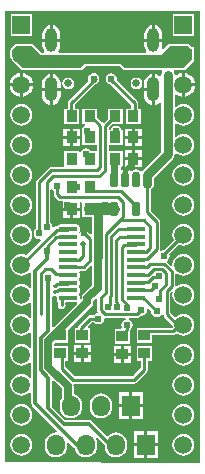
<source format=gbl>
G04*
G04 #@! TF.GenerationSoftware,Altium Limited,Altium Designer,19.0.4 (130)*
G04*
G04 Layer_Physical_Order=2*
G04 Layer_Color=16711680*
%FSLAX25Y25*%
%MOIN*%
G70*
G01*
G75*
%ADD13C,0.01000*%
%ADD36C,0.02500*%
%ADD38C,0.03000*%
%ADD39C,0.01800*%
%ADD41C,0.05906*%
%ADD42R,0.05906X0.05906*%
%ADD43O,0.03937X0.07874*%
%ADD44O,0.04134X0.08268*%
%ADD45C,0.02559*%
%ADD46R,0.06000X0.07000*%
%ADD47O,0.06000X0.07000*%
%ADD48C,0.02400*%
%ADD49C,0.02000*%
%ADD50C,0.01200*%
%ADD51R,0.03858X0.03661*%
G04:AMPARAMS|DCode=52|XSize=61.42mil|YSize=16.14mil|CornerRadius=2.02mil|HoleSize=0mil|Usage=FLASHONLY|Rotation=180.000|XOffset=0mil|YOffset=0mil|HoleType=Round|Shape=RoundedRectangle|*
%AMROUNDEDRECTD52*
21,1,0.06142,0.01211,0,0,180.0*
21,1,0.05738,0.01614,0,0,180.0*
1,1,0.00404,-0.02869,0.00605*
1,1,0.00404,0.02869,0.00605*
1,1,0.00404,0.02869,-0.00605*
1,1,0.00404,-0.02869,-0.00605*
%
%ADD52ROUNDEDRECTD52*%
%ADD53R,0.03661X0.03858*%
G04:AMPARAMS|DCode=54|XSize=26.38mil|YSize=46.06mil|CornerRadius=1.58mil|HoleSize=0mil|Usage=FLASHONLY|Rotation=0.000|XOffset=0mil|YOffset=0mil|HoleType=Round|Shape=RoundedRectangle|*
%AMROUNDEDRECTD54*
21,1,0.02638,0.04290,0,0,0.0*
21,1,0.02321,0.04606,0,0,0.0*
1,1,0.00317,0.01161,-0.02145*
1,1,0.00317,-0.01161,-0.02145*
1,1,0.00317,-0.01161,0.02145*
1,1,0.00317,0.01161,0.02145*
%
%ADD54ROUNDEDRECTD54*%
%ADD55C,0.04000*%
%ADD56C,0.01500*%
%ADD57C,0.01200*%
%ADD58C,0.03800*%
%ADD59C,0.02400*%
G36*
X503000Y321000D02*
X503000Y170914D01*
X502645Y170561D01*
X438000Y170926D01*
X438000Y321000D01*
X503000Y321000D01*
D02*
G37*
%LPC*%
G36*
X501123Y320123D02*
X493877D01*
Y312877D01*
X501123D01*
Y320123D01*
D02*
G37*
G36*
X447123D02*
X439877D01*
Y312877D01*
X447123D01*
Y320123D01*
D02*
G37*
G36*
X488000Y316354D02*
Y311957D01*
X490494D01*
Y313425D01*
X490392Y314200D01*
X490093Y314922D01*
X489617Y315542D01*
X488997Y316018D01*
X488275Y316317D01*
X488000Y316354D01*
D02*
G37*
G36*
X487000Y316354D02*
X486725Y316317D01*
X486003Y316018D01*
X485383Y315542D01*
X484907Y314922D01*
X484608Y314200D01*
X484506Y313425D01*
Y311957D01*
X487000D01*
Y316354D01*
D02*
G37*
G36*
X453984D02*
Y311957D01*
X456478D01*
Y313425D01*
X456376Y314200D01*
X456077Y314922D01*
X455601Y315542D01*
X454981Y316018D01*
X454259Y316317D01*
X453984Y316354D01*
D02*
G37*
G36*
X452984Y316354D02*
X452709Y316317D01*
X451987Y316018D01*
X451367Y315542D01*
X450891Y314922D01*
X450592Y314200D01*
X450490Y313425D01*
Y311957D01*
X452984D01*
Y316354D01*
D02*
G37*
G36*
X490494Y310957D02*
X487500D01*
X484506D01*
Y309488D01*
X484608Y308713D01*
X484907Y307991D01*
X485143Y307683D01*
X484897Y307183D01*
X456087D01*
X455841Y307683D01*
X456077Y307991D01*
X456376Y308713D01*
X456478Y309488D01*
Y310957D01*
X453484D01*
X450490D01*
Y309488D01*
X450592Y308713D01*
X450891Y307991D01*
X451128Y307683D01*
X450881Y307183D01*
X450283D01*
X447483Y309983D01*
X447261Y310131D01*
X447000Y310183D01*
X447000Y310183D01*
X442000D01*
X442000Y310183D01*
X441739Y310131D01*
X441517Y309983D01*
X440017Y308483D01*
X439869Y308261D01*
X439817Y308000D01*
X439817Y308000D01*
Y306000D01*
X439869Y305739D01*
X439965Y305594D01*
X439970Y305554D01*
X440336Y304673D01*
X440916Y303916D01*
X441673Y303335D01*
X441716Y303318D01*
X443517Y301517D01*
X443739Y301369D01*
X444000Y301317D01*
X444000Y301317D01*
X445971Y301317D01*
X463172D01*
X463172Y301317D01*
X463434Y301369D01*
X463656Y301517D01*
X464955Y302817D01*
X476217Y302817D01*
X477517Y301517D01*
X477517Y301517D01*
X477739Y301369D01*
X478000Y301317D01*
X478000Y301317D01*
X490252Y301317D01*
X490520Y300817D01*
X490331Y300534D01*
X490163Y299688D01*
Y299413D01*
X489835Y299302D01*
X489663Y299273D01*
X489047Y299746D01*
X488301Y300055D01*
X488000Y300095D01*
Y295000D01*
Y289906D01*
X488301Y289945D01*
X489047Y290254D01*
X489663Y290727D01*
X489835Y290698D01*
X490163Y290587D01*
Y274291D01*
X483935Y268064D01*
X483797Y267858D01*
X483726Y267821D01*
X483188Y267846D01*
X483187Y267848D01*
X482568Y268262D01*
X481839Y268407D01*
X481109Y268262D01*
X480509Y267861D01*
X480469Y267845D01*
X479988Y267783D01*
X479604Y268039D01*
X479153Y268129D01*
X478492D01*
Y264803D01*
X477492D01*
Y268129D01*
X477023D01*
X476673Y268457D01*
X476606Y268594D01*
X476657Y268850D01*
X476632Y268975D01*
X476950Y269361D01*
X477241D01*
Y274560D01*
X472635D01*
Y276401D01*
X477241D01*
Y281599D01*
X476788D01*
X476761Y281730D01*
X476348Y282348D01*
X475730Y282762D01*
X475000Y282907D01*
X474270Y282762D01*
X473652Y282348D01*
X473239Y281730D01*
X473212Y281599D01*
X472635D01*
Y282207D01*
X473829Y283401D01*
X477241D01*
Y288599D01*
X472240D01*
Y285186D01*
X471007Y283953D01*
X470326Y283980D01*
X468804Y285501D01*
Y288599D01*
X463803D01*
Y283401D01*
X464587D01*
X464673Y282901D01*
X464152Y282553D01*
X463738Y281934D01*
X463593Y281205D01*
X463738Y280475D01*
X463803Y280379D01*
Y276401D01*
X468579D01*
Y274560D01*
X466541D01*
X466348Y274848D01*
X465730Y275261D01*
X465000Y275407D01*
X464270Y275261D01*
X463652Y274848D01*
X463238Y274230D01*
X462741Y274293D01*
Y274560D01*
X457740D01*
X457740Y269361D01*
X457310Y269193D01*
X453500D01*
X453044Y269102D01*
X452657Y268844D01*
X448657Y264844D01*
X448398Y264457D01*
X448307Y264000D01*
Y248452D01*
X448152Y248348D01*
X447739Y247730D01*
X447593Y247000D01*
X447739Y246270D01*
X448152Y245652D01*
X448770Y245238D01*
X449500Y245093D01*
X449749Y245143D01*
X449995Y244682D01*
X445080Y239767D01*
X444446Y240030D01*
X443500Y240154D01*
X442554Y240030D01*
X441673Y239665D01*
X440916Y239084D01*
X440336Y238327D01*
X439970Y237446D01*
X439846Y236500D01*
X439970Y235554D01*
X440336Y234673D01*
X440916Y233916D01*
X441673Y233335D01*
X442554Y232970D01*
X443500Y232846D01*
X444446Y232970D01*
X445327Y233335D01*
X446084Y233916D01*
X446315Y234218D01*
X446815Y234048D01*
Y228952D01*
X446315Y228782D01*
X446084Y229084D01*
X445327Y229664D01*
X444446Y230030D01*
X443500Y230154D01*
X442554Y230030D01*
X441673Y229664D01*
X440916Y229084D01*
X440336Y228327D01*
X439970Y227446D01*
X439846Y226500D01*
X439970Y225554D01*
X440336Y224673D01*
X440916Y223916D01*
X441673Y223336D01*
X442554Y222971D01*
X443500Y222846D01*
X444446Y222971D01*
X445327Y223336D01*
X446084Y223916D01*
X446315Y224218D01*
X446815Y224048D01*
Y218952D01*
X446315Y218782D01*
X446084Y219084D01*
X445327Y219665D01*
X444446Y220029D01*
X443500Y220154D01*
X442554Y220029D01*
X441673Y219665D01*
X440916Y219084D01*
X440336Y218327D01*
X439970Y217446D01*
X439846Y216500D01*
X439970Y215554D01*
X440336Y214673D01*
X440916Y213916D01*
X441673Y213335D01*
X442554Y212970D01*
X443500Y212846D01*
X444446Y212970D01*
X445327Y213335D01*
X446084Y213916D01*
X446315Y214218D01*
X446815Y214048D01*
Y208952D01*
X446315Y208782D01*
X446084Y209084D01*
X445327Y209665D01*
X444446Y210030D01*
X443500Y210154D01*
X442554Y210030D01*
X441673Y209665D01*
X440916Y209084D01*
X440336Y208327D01*
X439970Y207446D01*
X439846Y206500D01*
X439970Y205554D01*
X440336Y204673D01*
X440916Y203916D01*
X441673Y203335D01*
X442554Y202971D01*
X443500Y202846D01*
X444446Y202971D01*
X445327Y203335D01*
X446084Y203916D01*
X446315Y204218D01*
X446815Y204048D01*
Y198952D01*
X446315Y198782D01*
X446084Y199084D01*
X445327Y199664D01*
X444446Y200029D01*
X443500Y200154D01*
X442554Y200029D01*
X441673Y199664D01*
X440916Y199084D01*
X440336Y198327D01*
X439970Y197446D01*
X439846Y196500D01*
X439970Y195554D01*
X440336Y194673D01*
X440916Y193916D01*
X441673Y193335D01*
X442554Y192971D01*
X443500Y192846D01*
X444446Y192971D01*
X445327Y193335D01*
X446084Y193916D01*
X446315Y194218D01*
X446815Y194048D01*
Y190390D01*
X446914Y189894D01*
X447194Y189474D01*
X455533Y181136D01*
X455299Y180662D01*
X455000Y180702D01*
X454042Y180576D01*
X453149Y180206D01*
X452383Y179618D01*
X451794Y178851D01*
X451425Y177958D01*
X451298Y177000D01*
Y176000D01*
X451425Y175042D01*
X451794Y174149D01*
X452383Y173382D01*
X453149Y172794D01*
X454042Y172424D01*
X455000Y172298D01*
X455958Y172424D01*
X456851Y172794D01*
X457618Y173382D01*
X458206Y174149D01*
X458575Y175042D01*
X458702Y176000D01*
Y177000D01*
X458662Y177299D01*
X459136Y177533D01*
X461084Y175584D01*
X461379Y175388D01*
X461424Y175042D01*
X461794Y174149D01*
X462383Y173382D01*
X463149Y172794D01*
X464042Y172424D01*
X465000Y172298D01*
X465958Y172424D01*
X466851Y172794D01*
X467618Y173382D01*
X468206Y174149D01*
X468575Y175042D01*
X468702Y176000D01*
Y177000D01*
X468575Y177958D01*
X468273Y178689D01*
X468697Y178972D01*
X471298Y176370D01*
Y176000D01*
X471424Y175042D01*
X471794Y174149D01*
X472382Y173382D01*
X473149Y172794D01*
X474042Y172424D01*
X475000Y172298D01*
X475958Y172424D01*
X476851Y172794D01*
X477618Y173382D01*
X478206Y174149D01*
X478576Y175042D01*
X478702Y176000D01*
Y177000D01*
X478576Y177958D01*
X478206Y178851D01*
X477618Y179618D01*
X476851Y180206D01*
X475958Y180576D01*
X475000Y180702D01*
X474042Y180576D01*
X473149Y180206D01*
X472382Y179618D01*
X472323Y179540D01*
X471824Y179507D01*
X466916Y184416D01*
X466496Y184696D01*
X466000Y184795D01*
X458181D01*
X453795Y189181D01*
Y197783D01*
X454257Y197975D01*
X457042Y195189D01*
Y192174D01*
X456794Y191851D01*
X456425Y190958D01*
X456298Y190000D01*
Y189000D01*
X456425Y188042D01*
X456794Y187149D01*
X457382Y186382D01*
X458149Y185794D01*
X459042Y185424D01*
X460000Y185298D01*
X460958Y185424D01*
X461851Y185794D01*
X462617Y186382D01*
X463206Y187149D01*
X463576Y188042D01*
X463702Y189000D01*
Y190000D01*
X463576Y190958D01*
X463206Y191851D01*
X462617Y192617D01*
X461851Y193206D01*
X460958Y193576D01*
X460958Y193576D01*
Y196000D01*
X460958Y196000D01*
X460871Y196437D01*
X461237Y196935D01*
X461242Y196937D01*
X480982D01*
X481438Y197028D01*
X481825Y197286D01*
X485245Y200706D01*
X485504Y201093D01*
X485595Y201550D01*
Y204468D01*
X487099D01*
Y209469D01*
X481901D01*
Y204468D01*
X483209D01*
Y202044D01*
X480488Y199323D01*
X461258D01*
X458193Y202388D01*
Y204499D01*
X459099D01*
Y209501D01*
X454458D01*
Y210189D01*
X454831Y210562D01*
X459099D01*
Y214831D01*
X466918Y222650D01*
X467343Y223285D01*
X467491Y224034D01*
X467491Y224034D01*
Y224587D01*
X468250Y225346D01*
X468750Y225139D01*
Y221444D01*
X468841Y220987D01*
X468881Y220928D01*
X468650Y220373D01*
X468419Y220326D01*
X467800Y219913D01*
X467697Y219758D01*
X466483D01*
X466027Y219667D01*
X465640Y219408D01*
X462656Y216425D01*
X462398Y216038D01*
X462307Y215582D01*
Y215532D01*
X461208D01*
Y210531D01*
X466406D01*
Y215532D01*
X465791D01*
X465599Y215994D01*
X466977Y217372D01*
X467697D01*
X467800Y217217D01*
X468419Y216804D01*
X469149Y216658D01*
X469878Y216804D01*
X470497Y217217D01*
X470910Y217835D01*
X471017Y218371D01*
X471283Y218684D01*
X471517Y218807D01*
X478200D01*
X478250Y218307D01*
X478020Y218262D01*
X477402Y217848D01*
X476989Y217230D01*
X476843Y216500D01*
X476989Y215770D01*
X477037Y215698D01*
X476801Y215257D01*
X474594D01*
Y210255D01*
X479792D01*
Y214947D01*
X480098Y215152D01*
X480512Y215770D01*
X480657Y216500D01*
X480512Y217230D01*
X480098Y217848D01*
X479480Y218262D01*
X479250Y218307D01*
X479300Y218807D01*
X482000D01*
X482456Y218898D01*
X482843Y219157D01*
X483317Y219630D01*
X483500Y219593D01*
X484230Y219739D01*
X484848Y220152D01*
X485261Y220770D01*
X485407Y221500D01*
X485336Y221857D01*
X485796Y222103D01*
X486716Y221183D01*
X486680Y221000D01*
X486825Y220270D01*
X487238Y219652D01*
X487857Y219238D01*
X488587Y219093D01*
X489316Y219238D01*
X489935Y219652D01*
X490307Y220209D01*
X490342Y220209D01*
X490807Y220000D01*
X490898Y219544D01*
X491156Y219157D01*
X493851Y216462D01*
X493920Y215935D01*
X493541Y215555D01*
X485831D01*
X485715Y215532D01*
X481901D01*
Y210531D01*
X487099D01*
Y213169D01*
X494035D01*
X494491Y213260D01*
X494878Y213519D01*
X495120Y213760D01*
X495673Y213335D01*
X496554Y212970D01*
X497500Y212846D01*
X498446Y212970D01*
X499327Y213335D01*
X500084Y213916D01*
X500665Y214673D01*
X501029Y215554D01*
X501154Y216500D01*
X501029Y217446D01*
X500665Y218327D01*
X500084Y219084D01*
X499327Y219665D01*
X498446Y220029D01*
X497500Y220154D01*
X496554Y220029D01*
X495673Y219665D01*
X494916Y219084D01*
X494623Y219064D01*
X493193Y220494D01*
Y227271D01*
X493551Y227569D01*
X493954Y227321D01*
X493846Y226500D01*
X493970Y225554D01*
X494336Y224673D01*
X494916Y223916D01*
X495673Y223336D01*
X496554Y222971D01*
X497500Y222846D01*
X498446Y222971D01*
X499327Y223336D01*
X500084Y223916D01*
X500665Y224673D01*
X501029Y225554D01*
X501154Y226500D01*
X501029Y227446D01*
X500665Y228327D01*
X500084Y229084D01*
X499327Y229664D01*
X498446Y230030D01*
X497500Y230154D01*
X496554Y230030D01*
X495673Y229664D01*
X495233Y229327D01*
X494733Y229573D01*
Y233427D01*
X495233Y233673D01*
X495673Y233335D01*
X496554Y232970D01*
X497500Y232846D01*
X498446Y232970D01*
X499327Y233335D01*
X500084Y233916D01*
X500665Y234673D01*
X501029Y235554D01*
X501154Y236500D01*
X501029Y237446D01*
X500665Y238327D01*
X500084Y239084D01*
X499327Y239665D01*
X498446Y240030D01*
X497500Y240154D01*
X496554Y240030D01*
X495673Y239665D01*
X494916Y239084D01*
X494336Y238327D01*
X493970Y237446D01*
X493846Y236500D01*
X493857Y236418D01*
X493408Y236197D01*
X492172Y237433D01*
X492236Y238077D01*
X492348Y238152D01*
X492762Y238770D01*
X492907Y239500D01*
X492787Y240100D01*
X495920Y243233D01*
X496554Y242970D01*
X497500Y242846D01*
X498446Y242970D01*
X499327Y243336D01*
X500084Y243916D01*
X500665Y244673D01*
X501029Y245554D01*
X501154Y246500D01*
X501029Y247446D01*
X500665Y248327D01*
X500084Y249084D01*
X499327Y249664D01*
X498446Y250029D01*
X497500Y250154D01*
X496554Y250029D01*
X495673Y249664D01*
X494916Y249084D01*
X494336Y248327D01*
X493970Y247446D01*
X493846Y246500D01*
X493970Y245554D01*
X494233Y244920D01*
X490882Y241569D01*
X490544Y241502D01*
X490157Y241244D01*
X489709Y241474D01*
X489701Y241483D01*
X489779Y241872D01*
Y250954D01*
X489688Y251410D01*
X489429Y251797D01*
X486693Y254533D01*
Y261687D01*
X487065Y261935D01*
X487544Y262653D01*
X487712Y263500D01*
Y265584D01*
X493939Y271811D01*
X494419Y272528D01*
X494588Y273375D01*
Y273562D01*
X495087Y273785D01*
X495673Y273336D01*
X496554Y272971D01*
X497500Y272846D01*
X498446Y272971D01*
X499327Y273336D01*
X500084Y273916D01*
X500665Y274673D01*
X501029Y275554D01*
X501154Y276500D01*
X501029Y277446D01*
X500665Y278327D01*
X500084Y279084D01*
X499327Y279664D01*
X498446Y280030D01*
X497500Y280154D01*
X496554Y280030D01*
X495673Y279664D01*
X495087Y279215D01*
X494588Y279438D01*
Y283562D01*
X495087Y283785D01*
X495673Y283335D01*
X496554Y282970D01*
X497500Y282846D01*
X498446Y282970D01*
X499327Y283335D01*
X500084Y283916D01*
X500665Y284673D01*
X501029Y285554D01*
X501154Y286500D01*
X501029Y287446D01*
X500665Y288327D01*
X500084Y289084D01*
X499327Y289665D01*
X498446Y290030D01*
X497500Y290154D01*
X496554Y290030D01*
X495673Y289665D01*
X495087Y289215D01*
X494588Y289438D01*
Y293122D01*
X495087Y293369D01*
X495507Y293047D01*
X496468Y292649D01*
X497000Y292579D01*
Y296500D01*
Y300421D01*
X496468Y300351D01*
X495507Y299953D01*
X495087Y299631D01*
X494940Y299648D01*
X494555Y299853D01*
X494419Y300534D01*
X494230Y300817D01*
X494497Y301317D01*
X497500Y301317D01*
X497761Y301369D01*
X497983Y301517D01*
X497983Y301517D01*
X500983Y304517D01*
X501131Y304739D01*
X501183Y305000D01*
X501183Y305000D01*
Y308500D01*
X501131Y308761D01*
X500983Y308983D01*
X500761Y309131D01*
X500500Y309183D01*
X500283D01*
X499483Y309983D01*
X499261Y310131D01*
X499000Y310183D01*
X499000Y310183D01*
X493000D01*
X493000Y310183D01*
X492739Y310131D01*
X492517Y309983D01*
X490711Y308177D01*
X490287Y308461D01*
X490392Y308713D01*
X490494Y309488D01*
Y310957D01*
D02*
G37*
G36*
X498000Y300421D02*
Y297000D01*
X501421D01*
X501351Y297532D01*
X500953Y298493D01*
X500319Y299319D01*
X499493Y299953D01*
X498532Y300351D01*
X498000Y300421D01*
D02*
G37*
G36*
X444000D02*
Y297000D01*
X447421D01*
X447351Y297532D01*
X446953Y298493D01*
X446319Y299319D01*
X445493Y299953D01*
X444532Y300351D01*
X444000Y300421D01*
D02*
G37*
G36*
X443000D02*
X442468Y300351D01*
X441507Y299953D01*
X440681Y299319D01*
X440047Y298493D01*
X439649Y297532D01*
X439579Y297000D01*
X443000D01*
Y300421D01*
D02*
G37*
G36*
X487000Y300095D02*
X486699Y300055D01*
X485953Y299746D01*
X485313Y299254D01*
X484821Y298614D01*
X484512Y297868D01*
X484407Y297067D01*
Y295500D01*
X487000D01*
Y300095D01*
D02*
G37*
G36*
X453984D02*
Y295500D01*
X456578D01*
Y297067D01*
X456472Y297868D01*
X456163Y298614D01*
X455672Y299254D01*
X455031Y299746D01*
X454285Y300055D01*
X453984Y300095D01*
D02*
G37*
G36*
X452984Y300095D02*
X452684Y300055D01*
X451938Y299746D01*
X451297Y299254D01*
X450805Y298614D01*
X450496Y297868D01*
X450391Y297067D01*
Y295500D01*
X452984D01*
Y300095D01*
D02*
G37*
G36*
X481870Y298956D02*
X481109Y298805D01*
X480465Y298374D01*
X480034Y297729D01*
X479882Y296969D01*
X480034Y296208D01*
X480465Y295563D01*
X481109Y295132D01*
X481870Y294981D01*
X482631Y295132D01*
X483276Y295563D01*
X483707Y296208D01*
X483858Y296969D01*
X483707Y297729D01*
X483276Y298374D01*
X482631Y298805D01*
X481870Y298956D01*
D02*
G37*
G36*
X459114D02*
X458354Y298805D01*
X457709Y298374D01*
X457278Y297729D01*
X457127Y296969D01*
X457278Y296208D01*
X457709Y295563D01*
X458354Y295132D01*
X459114Y294981D01*
X459875Y295132D01*
X460520Y295563D01*
X460951Y296208D01*
X461102Y296969D01*
X460951Y297729D01*
X460520Y298374D01*
X459875Y298805D01*
X459114Y298956D01*
D02*
G37*
G36*
X501421Y296000D02*
X498000D01*
Y292579D01*
X498532Y292649D01*
X499493Y293047D01*
X500319Y293681D01*
X500953Y294507D01*
X501351Y295468D01*
X501421Y296000D01*
D02*
G37*
G36*
X447421D02*
X444000D01*
Y292579D01*
X444532Y292649D01*
X445493Y293047D01*
X446319Y293681D01*
X446953Y294507D01*
X447351Y295468D01*
X447421Y296000D01*
D02*
G37*
G36*
X443000D02*
X439579D01*
X439649Y295468D01*
X440047Y294507D01*
X440681Y293681D01*
X441507Y293047D01*
X442468Y292649D01*
X443000Y292579D01*
Y296000D01*
D02*
G37*
G36*
X452984Y294500D02*
X450391D01*
Y292933D01*
X450496Y292132D01*
X450805Y291386D01*
X451297Y290746D01*
X451938Y290254D01*
X452684Y289945D01*
X452984Y289906D01*
Y294500D01*
D02*
G37*
G36*
X487000Y294500D02*
X484407D01*
Y292933D01*
X484512Y292132D01*
X484821Y291386D01*
X485313Y290746D01*
X485953Y290254D01*
X486699Y289945D01*
X487000Y289906D01*
Y294500D01*
D02*
G37*
G36*
X456578Y294500D02*
X453984D01*
Y289906D01*
X454285Y289945D01*
X455031Y290254D01*
X455672Y290746D01*
X456163Y291386D01*
X456472Y292132D01*
X456578Y292933D01*
Y294500D01*
D02*
G37*
G36*
X473453Y300359D02*
X472723Y300214D01*
X472105Y299801D01*
X471691Y299182D01*
X471546Y298453D01*
X471691Y297723D01*
X472105Y297105D01*
X472723Y296691D01*
X473436Y296550D01*
X480068Y289918D01*
Y288599D01*
X478303D01*
Y283401D01*
X483304D01*
Y288599D01*
X482453D01*
Y290412D01*
X482363Y290868D01*
X482104Y291255D01*
X475284Y298075D01*
X475359Y298453D01*
X475214Y299182D01*
X474801Y299801D01*
X474182Y300214D01*
X473453Y300359D01*
D02*
G37*
G36*
X467608Y300515D02*
X466879Y300370D01*
X466260Y299956D01*
X465847Y299338D01*
X465702Y298608D01*
X465847Y297879D01*
X465854Y297868D01*
X459332Y291346D01*
X459073Y290959D01*
X458982Y290503D01*
Y288599D01*
X457740D01*
Y283401D01*
X462741D01*
Y288599D01*
X461368D01*
Y290008D01*
X468174Y296814D01*
X468338Y296847D01*
X468957Y297260D01*
X469370Y297879D01*
X469515Y298608D01*
X469370Y299338D01*
X468957Y299956D01*
X468338Y300370D01*
X467608Y300515D01*
D02*
G37*
G36*
X443500Y290154D02*
X442554Y290030D01*
X441673Y289665D01*
X440916Y289084D01*
X440336Y288327D01*
X439970Y287446D01*
X439846Y286500D01*
X439970Y285554D01*
X440336Y284673D01*
X440916Y283916D01*
X441673Y283335D01*
X442554Y282970D01*
X443500Y282846D01*
X444446Y282970D01*
X445327Y283335D01*
X446084Y283916D01*
X446664Y284673D01*
X447029Y285554D01*
X447154Y286500D01*
X447029Y287446D01*
X446664Y288327D01*
X446084Y289084D01*
X445327Y289665D01*
X444446Y290030D01*
X443500Y290154D01*
D02*
G37*
G36*
X463071Y281929D02*
X460741D01*
Y279500D01*
X463071D01*
Y281929D01*
D02*
G37*
G36*
X483634D02*
X481304D01*
Y279500D01*
X483634D01*
Y281929D01*
D02*
G37*
G36*
X480304D02*
X477973D01*
Y279500D01*
X480304D01*
Y281929D01*
D02*
G37*
G36*
X459741D02*
X457410D01*
Y279500D01*
X459741D01*
Y281929D01*
D02*
G37*
G36*
X483634Y278500D02*
X481304D01*
Y276071D01*
X483634D01*
Y278500D01*
D02*
G37*
G36*
X480304D02*
X477973D01*
Y276071D01*
X480304D01*
Y278500D01*
D02*
G37*
G36*
X463071D02*
X460741D01*
Y276071D01*
X463071D01*
Y278500D01*
D02*
G37*
G36*
X459741D02*
X457410D01*
Y276071D01*
X459741D01*
Y278500D01*
D02*
G37*
G36*
X443500Y280154D02*
X442554Y280030D01*
X441673Y279664D01*
X440916Y279084D01*
X440336Y278327D01*
X439970Y277446D01*
X439846Y276500D01*
X439970Y275554D01*
X440336Y274673D01*
X440916Y273916D01*
X441673Y273336D01*
X442554Y272971D01*
X443500Y272846D01*
X444446Y272971D01*
X445327Y273336D01*
X446084Y273916D01*
X446664Y274673D01*
X447029Y275554D01*
X447154Y276500D01*
X447029Y277446D01*
X446664Y278327D01*
X446084Y279084D01*
X445327Y279664D01*
X444446Y280030D01*
X443500Y280154D01*
D02*
G37*
G36*
X483634Y274890D02*
X481304D01*
Y272461D01*
X483634D01*
Y274890D01*
D02*
G37*
G36*
X480304D02*
X477973D01*
Y272461D01*
X480304D01*
Y274890D01*
D02*
G37*
G36*
X483634Y271461D02*
X481304D01*
Y269032D01*
X483634D01*
Y271461D01*
D02*
G37*
G36*
X480304D02*
X477973D01*
Y269032D01*
X480304D01*
Y271461D01*
D02*
G37*
G36*
X497500Y270154D02*
X496554Y270029D01*
X495673Y269665D01*
X494916Y269084D01*
X494336Y268327D01*
X493970Y267446D01*
X493846Y266500D01*
X493970Y265554D01*
X494336Y264673D01*
X494916Y263916D01*
X495673Y263335D01*
X496554Y262970D01*
X497500Y262846D01*
X498446Y262970D01*
X499327Y263335D01*
X500084Y263916D01*
X500665Y264673D01*
X501029Y265554D01*
X501154Y266500D01*
X501029Y267446D01*
X500665Y268327D01*
X500084Y269084D01*
X499327Y269665D01*
X498446Y270029D01*
X497500Y270154D01*
D02*
G37*
G36*
X443500D02*
X442554Y270029D01*
X441673Y269665D01*
X440916Y269084D01*
X440336Y268327D01*
X439970Y267446D01*
X439846Y266500D01*
X439970Y265554D01*
X440336Y264673D01*
X440916Y263916D01*
X441673Y263335D01*
X442554Y262970D01*
X443500Y262846D01*
X444446Y262970D01*
X445327Y263335D01*
X446084Y263916D01*
X446664Y264673D01*
X447029Y265554D01*
X447154Y266500D01*
X447029Y267446D01*
X446664Y268327D01*
X446084Y269084D01*
X445327Y269665D01*
X444446Y270029D01*
X443500Y270154D01*
D02*
G37*
G36*
X497500Y260154D02*
X496554Y260030D01*
X495673Y259665D01*
X494916Y259084D01*
X494336Y258327D01*
X493970Y257446D01*
X493846Y256500D01*
X493970Y255554D01*
X494336Y254673D01*
X494916Y253916D01*
X495673Y253335D01*
X496554Y252971D01*
X497500Y252846D01*
X498446Y252971D01*
X499327Y253335D01*
X500084Y253916D01*
X500665Y254673D01*
X501029Y255554D01*
X501154Y256500D01*
X501029Y257446D01*
X500665Y258327D01*
X500084Y259084D01*
X499327Y259665D01*
X498446Y260030D01*
X497500Y260154D01*
D02*
G37*
G36*
X443500D02*
X442554Y260030D01*
X441673Y259665D01*
X440916Y259084D01*
X440336Y258327D01*
X439970Y257446D01*
X439846Y256500D01*
X439970Y255554D01*
X440336Y254673D01*
X440916Y253916D01*
X441673Y253335D01*
X442554Y252971D01*
X443500Y252846D01*
X444446Y252971D01*
X445327Y253335D01*
X446084Y253916D01*
X446664Y254673D01*
X447029Y255554D01*
X447154Y256500D01*
X447029Y257446D01*
X446664Y258327D01*
X446084Y259084D01*
X445327Y259665D01*
X444446Y260030D01*
X443500Y260154D01*
D02*
G37*
G36*
Y250154D02*
X442554Y250029D01*
X441673Y249664D01*
X440916Y249084D01*
X440336Y248327D01*
X439970Y247446D01*
X439846Y246500D01*
X439970Y245554D01*
X440336Y244673D01*
X440916Y243916D01*
X441673Y243336D01*
X442554Y242970D01*
X443500Y242846D01*
X444446Y242970D01*
X445327Y243336D01*
X446084Y243916D01*
X446664Y244673D01*
X447029Y245554D01*
X447154Y246500D01*
X447029Y247446D01*
X446664Y248327D01*
X446084Y249084D01*
X445327Y249664D01*
X444446Y250029D01*
X443500Y250154D01*
D02*
G37*
G36*
X466736Y209799D02*
X464307D01*
Y207469D01*
X466736D01*
Y209799D01*
D02*
G37*
G36*
X463307D02*
X460878D01*
Y207469D01*
X463307D01*
Y209799D01*
D02*
G37*
G36*
X480122Y209524D02*
X477693D01*
Y207193D01*
X480122D01*
Y209524D01*
D02*
G37*
G36*
X476693D02*
X474264D01*
Y207193D01*
X476693D01*
Y209524D01*
D02*
G37*
G36*
X466736Y206469D02*
X464307D01*
Y204138D01*
X466736D01*
Y206469D01*
D02*
G37*
G36*
X463307D02*
X460878D01*
Y204138D01*
X463307D01*
Y206469D01*
D02*
G37*
G36*
X480122Y206193D02*
X477693D01*
Y203862D01*
X480122D01*
Y206193D01*
D02*
G37*
G36*
X476693D02*
X474264D01*
Y203862D01*
X476693D01*
Y206193D01*
D02*
G37*
G36*
X497500Y210154D02*
X496554Y210030D01*
X495673Y209665D01*
X494916Y209084D01*
X494336Y208327D01*
X493970Y207446D01*
X493846Y206500D01*
X493970Y205554D01*
X494336Y204673D01*
X494916Y203916D01*
X495673Y203335D01*
X496554Y202971D01*
X497500Y202846D01*
X498446Y202971D01*
X499327Y203335D01*
X500084Y203916D01*
X500665Y204673D01*
X501029Y205554D01*
X501154Y206500D01*
X501029Y207446D01*
X500665Y208327D01*
X500084Y209084D01*
X499327Y209665D01*
X498446Y210030D01*
X497500Y210154D01*
D02*
G37*
G36*
Y200154D02*
X496554Y200029D01*
X495673Y199664D01*
X494916Y199084D01*
X494336Y198327D01*
X493970Y197446D01*
X493846Y196500D01*
X493970Y195554D01*
X494336Y194673D01*
X494916Y193916D01*
X495673Y193335D01*
X496554Y192971D01*
X497500Y192846D01*
X498446Y192971D01*
X499327Y193335D01*
X500084Y193916D01*
X500665Y194673D01*
X501029Y195554D01*
X501154Y196500D01*
X501029Y197446D01*
X500665Y198327D01*
X500084Y199084D01*
X499327Y199664D01*
X498446Y200029D01*
X497500Y200154D01*
D02*
G37*
G36*
X484000Y194000D02*
X480500D01*
Y190000D01*
X484000D01*
Y194000D01*
D02*
G37*
G36*
X479500D02*
X476000D01*
Y190000D01*
X479500D01*
Y194000D01*
D02*
G37*
G36*
X470000Y193702D02*
X469042Y193576D01*
X468149Y193206D01*
X467382Y192617D01*
X466794Y191851D01*
X466425Y190958D01*
X466298Y190000D01*
Y189000D01*
X466425Y188042D01*
X466794Y187149D01*
X467382Y186382D01*
X468149Y185794D01*
X469042Y185424D01*
X470000Y185298D01*
X470958Y185424D01*
X471851Y185794D01*
X472617Y186382D01*
X473206Y187149D01*
X473575Y188042D01*
X473702Y189000D01*
Y190000D01*
X473575Y190958D01*
X473206Y191851D01*
X472617Y192617D01*
X471851Y193206D01*
X470958Y193576D01*
X470000Y193702D01*
D02*
G37*
G36*
X484000Y189000D02*
X480500D01*
Y185000D01*
X484000D01*
Y189000D01*
D02*
G37*
G36*
X479500D02*
X476000D01*
Y185000D01*
X479500D01*
Y189000D01*
D02*
G37*
G36*
X497500Y190154D02*
X496554Y190030D01*
X495673Y189664D01*
X494916Y189084D01*
X494336Y188327D01*
X493970Y187446D01*
X493846Y186500D01*
X493970Y185554D01*
X494336Y184673D01*
X494916Y183916D01*
X495673Y183335D01*
X496554Y182970D01*
X497500Y182846D01*
X498446Y182970D01*
X499327Y183335D01*
X500084Y183916D01*
X500665Y184673D01*
X501029Y185554D01*
X501154Y186500D01*
X501029Y187446D01*
X500665Y188327D01*
X500084Y189084D01*
X499327Y189664D01*
X498446Y190030D01*
X497500Y190154D01*
D02*
G37*
G36*
X443500D02*
X442554Y190030D01*
X441673Y189664D01*
X440916Y189084D01*
X440336Y188327D01*
X439970Y187446D01*
X439846Y186500D01*
X439970Y185554D01*
X440336Y184673D01*
X440916Y183916D01*
X441673Y183335D01*
X442554Y182970D01*
X443500Y182846D01*
X444446Y182970D01*
X445327Y183335D01*
X446084Y183916D01*
X446664Y184673D01*
X447029Y185554D01*
X447154Y186500D01*
X447029Y187446D01*
X446664Y188327D01*
X446084Y189084D01*
X445327Y189664D01*
X444446Y190030D01*
X443500Y190154D01*
D02*
G37*
G36*
X489000Y181000D02*
X485500D01*
Y177000D01*
X489000D01*
Y181000D01*
D02*
G37*
G36*
X484500D02*
X481000D01*
Y177000D01*
X484500D01*
Y181000D01*
D02*
G37*
G36*
X497500Y180154D02*
X496554Y180029D01*
X495673Y179665D01*
X494916Y179084D01*
X494336Y178327D01*
X493970Y177446D01*
X493846Y176500D01*
X493970Y175554D01*
X494336Y174673D01*
X494916Y173916D01*
X495673Y173336D01*
X496554Y172970D01*
X497500Y172846D01*
X498446Y172970D01*
X499327Y173336D01*
X500084Y173916D01*
X500665Y174673D01*
X501029Y175554D01*
X501154Y176500D01*
X501029Y177446D01*
X500665Y178327D01*
X500084Y179084D01*
X499327Y179665D01*
X498446Y180029D01*
X497500Y180154D01*
D02*
G37*
G36*
X443500D02*
X442554Y180029D01*
X441673Y179665D01*
X440916Y179084D01*
X440336Y178327D01*
X439970Y177446D01*
X439846Y176500D01*
X439970Y175554D01*
X440336Y174673D01*
X440916Y173916D01*
X441673Y173336D01*
X442554Y172970D01*
X443500Y172846D01*
X444446Y172970D01*
X445327Y173336D01*
X446084Y173916D01*
X446664Y174673D01*
X447029Y175554D01*
X447154Y176500D01*
X447029Y177446D01*
X446664Y178327D01*
X446084Y179084D01*
X445327Y179665D01*
X444446Y180029D01*
X443500Y180154D01*
D02*
G37*
G36*
X489000Y176000D02*
X485500D01*
Y172000D01*
X489000D01*
Y176000D01*
D02*
G37*
G36*
X484500D02*
X481000D01*
Y172000D01*
X484500D01*
Y176000D01*
D02*
G37*
%LPD*%
G36*
X500000Y308500D02*
X500500D01*
Y305000D01*
X497500Y302000D01*
X497500D01*
X478000Y302000D01*
X476500Y303500D01*
X464672Y303500D01*
X463172Y302000D01*
X445971D01*
X444000Y302000D01*
X441500Y304500D01*
Y305000D01*
X440500Y306000D01*
Y308000D01*
X442000Y309500D01*
X447000D01*
X450000Y306500D01*
X490000D01*
X493000Y309500D01*
X499000D01*
X500000Y308500D01*
D02*
G37*
G36*
X453904Y261404D02*
X454255Y261169D01*
Y260052D01*
X454346Y259595D01*
X454604Y259208D01*
X455656Y258156D01*
X456043Y257898D01*
X456500Y257807D01*
X457410D01*
Y255500D01*
X463071D01*
Y257468D01*
X463303Y257583D01*
X463803Y257279D01*
Y255940D01*
X463702Y255697D01*
X463611Y255000D01*
X463702Y254303D01*
X463803Y254060D01*
Y252401D01*
X465601D01*
X465606Y252399D01*
X466303Y252307D01*
X466982D01*
Y246859D01*
X466519Y246668D01*
X465344Y247844D01*
X464957Y248102D01*
X464500Y248193D01*
X464044Y248102D01*
X463657Y247844D01*
X463398Y247457D01*
X463379Y247362D01*
X462849Y247260D01*
X462762Y247394D01*
X462852Y247570D01*
X462919Y247910D01*
Y249121D01*
X462852Y249461D01*
X462659Y249750D01*
X462371Y249942D01*
X462031Y250010D01*
X456292D01*
X455952Y249942D01*
X455664Y249750D01*
X455471Y249461D01*
X455459Y249402D01*
X455209D01*
X454752Y249311D01*
X454391Y249070D01*
X454271Y249089D01*
X453857Y249251D01*
X453761Y249730D01*
X453348Y250348D01*
X453193Y250452D01*
Y261568D01*
X453693Y261719D01*
X453904Y261404D01*
D02*
G37*
G36*
X455035Y226201D02*
X455134Y226138D01*
X455404Y225921D01*
Y224879D01*
X455471Y224539D01*
X455664Y224250D01*
X455807Y224155D01*
Y223501D01*
X455804Y223496D01*
X455705Y223000D01*
X455804Y222504D01*
X456084Y222084D01*
X456504Y221804D01*
X457000Y221705D01*
X457495Y221804D01*
X457916Y222084D01*
X458196Y222504D01*
X458295Y223000D01*
X458196Y223496D01*
X458292Y223990D01*
X462014D01*
X462048Y223955D01*
X462257Y223525D01*
X454384Y215652D01*
X453863Y215727D01*
X453795Y216020D01*
Y225834D01*
X454295Y226192D01*
X454500Y226151D01*
X454923Y226235D01*
X455035Y226201D01*
D02*
G37*
G36*
X467042Y236202D02*
Y229675D01*
X464150Y226783D01*
X463725Y226148D01*
X463576Y225398D01*
X463576Y225398D01*
Y225115D01*
X463419Y225009D01*
X462919Y225275D01*
Y226090D01*
X462852Y226430D01*
X462682Y226764D01*
X462852Y227098D01*
X462919Y227438D01*
Y228649D01*
X462852Y228989D01*
X462682Y229323D01*
X462852Y229657D01*
X462919Y229997D01*
Y231208D01*
X462852Y231548D01*
X462682Y231882D01*
X462852Y232216D01*
X462919Y232556D01*
Y233767D01*
X462867Y234028D01*
X462993Y234293D01*
X463172Y234528D01*
X464221D01*
X464677Y234618D01*
X465064Y234877D01*
X466580Y236393D01*
X467042Y236202D01*
D02*
G37*
%LPC*%
G36*
X463071Y254500D02*
X460741D01*
Y252071D01*
X463071D01*
Y254500D01*
D02*
G37*
G36*
X459740D02*
X457410D01*
Y252071D01*
X459740D01*
Y254500D01*
D02*
G37*
%LPD*%
D13*
X462780Y238280D02*
X464000Y239500D01*
X459161Y238280D02*
X462780D01*
X466500Y238000D02*
Y245000D01*
X464221Y235720D02*
X466500Y238000D01*
X459161Y235720D02*
X464221D01*
X464000Y239500D02*
Y243500D01*
X464500Y247000D02*
X466500Y245000D01*
X471864Y246864D02*
X476500Y251500D01*
X471864Y227388D02*
Y246864D01*
X473534Y246172D02*
X475878Y248516D01*
X473534Y226398D02*
Y246172D01*
X475204Y244772D02*
X476389Y245957D01*
X475204Y224228D02*
Y244772D01*
X476874Y242374D02*
X477591Y243091D01*
X476874Y225034D02*
Y242374D01*
X469943Y225467D02*
X471864Y227388D01*
X469943Y221444D02*
Y225467D01*
Y221444D02*
X471387Y220000D01*
X473043Y225908D02*
X473534Y226398D01*
X473043Y223230D02*
Y225908D01*
X472351Y222538D02*
X473043Y223230D01*
X475204Y224228D02*
X475413Y224019D01*
X478561Y214786D02*
Y216500D01*
X476500Y212724D02*
X478561Y214786D01*
X476874Y225034D02*
X478750Y223159D01*
X451500Y235000D02*
X453500D01*
X450000Y233500D02*
X451500Y235000D01*
X450000Y220000D02*
Y233500D01*
X453500Y235000D02*
X455117Y233383D01*
X458940D01*
X459161Y233161D01*
X454500Y227446D02*
X454730Y227676D01*
X454500Y229446D02*
X454554D01*
X457000Y223000D02*
Y225177D01*
X455601Y228043D02*
X459161D01*
X455233Y227676D02*
X455601Y228043D01*
X454730Y227676D02*
X455233D01*
X454554Y229446D02*
X455404Y230295D01*
X458854D01*
X459161Y230602D01*
X457000Y225177D02*
X457307Y225484D01*
X459161D01*
X469000Y238785D02*
X469194Y238979D01*
X468495Y238280D02*
X469000Y238785D01*
X451888Y241112D02*
Y242388D01*
X455209Y248209D02*
X458854D01*
X443500Y236500D02*
X455209Y248209D01*
X458854D02*
X459161Y248516D01*
X452000Y264000D02*
X454000Y266000D01*
X452000Y249000D02*
Y264000D01*
X451888Y242388D02*
X455150Y245650D01*
X458854D01*
X459161Y245957D01*
X456000Y243432D02*
X456017Y243415D01*
X459144D01*
X459161Y243398D01*
X485500Y254039D02*
Y263500D01*
Y254039D02*
X488586Y250954D01*
Y241872D02*
Y250954D01*
X485301Y238587D02*
X488586Y241872D01*
X482146Y238587D02*
X485301D01*
X481839Y238280D02*
X482146Y238587D01*
X476389Y245957D02*
X481839D01*
X475878Y248516D02*
X481839D01*
X491000Y239500D02*
Y240400D01*
X491200Y240200D01*
X494035Y214362D02*
X495836Y216164D01*
X496173Y216500D01*
X492000Y220000D02*
X495500Y216500D01*
X484102Y225484D02*
X488587Y221000D01*
X492000Y220000D02*
Y227787D01*
X471387Y220000D02*
X482000D01*
X483500Y221500D01*
X481839Y225484D02*
X484102D01*
X491200Y240200D02*
X497500Y246500D01*
X489552Y227700D02*
X491870Y230018D01*
X489552Y225052D02*
Y227700D01*
X489500Y225000D02*
X489552Y225052D01*
X489232Y232437D02*
X489500Y232705D01*
X487299Y232437D02*
X489232D01*
X485771Y230909D02*
X487299Y232437D01*
X482146Y230909D02*
X485771D01*
X481839Y230602D02*
X482146Y230909D01*
X493540Y229327D02*
Y234378D01*
X491870Y230018D02*
Y233686D01*
X492000Y227787D02*
X493540Y229327D01*
X486543Y228043D02*
X488000Y229500D01*
X486500Y236936D02*
X490982D01*
X487766Y235266D02*
X490290D01*
X491870Y233686D01*
X490982Y236936D02*
X493540Y234378D01*
X485661Y233161D02*
X487766Y235266D01*
X485285Y235720D02*
X486500Y236936D01*
X481839Y233161D02*
X485661D01*
X481839Y235720D02*
X485285D01*
X481839Y228043D02*
X486543D01*
X495500Y216500D02*
X496173D01*
X485191Y240839D02*
X486500Y242148D01*
X481839Y240839D02*
X485191D01*
X486500Y242148D02*
Y249269D01*
X484269Y251500D02*
X486500Y249269D01*
X476500Y251500D02*
X477361Y252361D01*
X476500Y251500D02*
X484269D01*
X477591Y243091D02*
X481531D01*
X478750Y222000D02*
Y223159D01*
X481531Y243091D02*
X481839Y243398D01*
X475413Y222500D02*
Y224019D01*
X477361Y252361D02*
Y257311D01*
X475672Y259000D02*
X477361Y257311D01*
X496173Y216500D02*
X497500D01*
X485831Y214362D02*
X494035D01*
X484500Y213032D02*
X485831Y214362D01*
X449500Y247062D02*
X449531Y247031D01*
X449500Y264000D02*
X453500Y268000D01*
X449500Y247062D02*
Y264000D01*
X466483Y218565D02*
X469149D01*
X456500Y259000D02*
X475672D01*
X455448Y260052D02*
X456500Y259000D01*
X455448Y260052D02*
Y262556D01*
X455252Y262752D02*
X455448Y262556D01*
X469500Y266000D02*
X471442Y267942D01*
X454000Y266000D02*
X469500D01*
X468700Y268000D02*
X469772Y269072D01*
X453500Y268000D02*
X468700D01*
X467508Y261000D02*
X476716D01*
X481693Y256023D01*
X469772Y269072D02*
Y282846D01*
X466304Y262205D02*
X467508Y261000D01*
X469194Y254092D02*
X469388Y254286D01*
X460241Y254902D02*
Y255000D01*
X484402Y201550D02*
Y206968D01*
X480982Y198130D02*
X484402Y201550D01*
X460764Y198130D02*
X480982D01*
X457000Y201894D02*
X460764Y198130D01*
X457000Y201894D02*
Y206500D01*
X484402Y206968D02*
X484500D01*
X456500Y207000D02*
X457000Y206500D01*
X463500Y214000D02*
Y215582D01*
X466483Y218565D01*
X476000Y213224D02*
X476500Y212724D01*
X466304Y262205D02*
Y262303D01*
X481693Y255197D02*
Y256023D01*
X474307Y263803D02*
X475110Y263000D01*
X474291Y263803D02*
X474307D01*
X474291D02*
Y264803D01*
X480804Y270804D02*
Y271961D01*
X474220Y271220D02*
X474741Y271741D01*
Y271961D01*
X460175Y290503D02*
X468281Y298608D01*
X460175Y286113D02*
Y290503D01*
X473172Y298500D02*
X481260Y290412D01*
Y286075D02*
Y290412D01*
X459212Y286113D02*
X459503D01*
X471442Y267942D02*
Y282701D01*
X466619Y286000D02*
X469772Y282846D01*
X471442Y282701D02*
X474741Y286000D01*
D36*
X452500Y211000D02*
X465534Y224034D01*
X459000Y188500D02*
Y196000D01*
X469000Y228865D02*
Y238785D01*
X465534Y225398D02*
X469000Y228865D01*
X465534Y224034D02*
Y225398D01*
X452500Y202500D02*
Y211000D01*
Y202500D02*
X459000Y196000D01*
D38*
X485500Y266500D02*
X492375Y273375D01*
X469194Y238979D02*
Y254092D01*
X492375Y296375D02*
Y299688D01*
Y273375D02*
Y296375D01*
X485500Y263500D02*
Y266500D01*
D39*
X474299Y263803D02*
X474718Y264222D01*
D41*
X497500Y176500D02*
D03*
Y186500D02*
D03*
Y196500D02*
D03*
Y206500D02*
D03*
Y216500D02*
D03*
Y226500D02*
D03*
Y236500D02*
D03*
Y246500D02*
D03*
Y256500D02*
D03*
Y266500D02*
D03*
Y276500D02*
D03*
Y286500D02*
D03*
Y296500D02*
D03*
Y306500D02*
D03*
X443500Y176500D02*
D03*
Y186500D02*
D03*
Y196500D02*
D03*
Y206500D02*
D03*
Y216500D02*
D03*
Y226500D02*
D03*
Y236500D02*
D03*
Y246500D02*
D03*
Y256500D02*
D03*
Y266500D02*
D03*
Y276500D02*
D03*
Y286500D02*
D03*
Y296500D02*
D03*
Y306500D02*
D03*
D42*
X497500Y316500D02*
D03*
X443500D02*
D03*
D43*
X487500Y311457D02*
D03*
X453484D02*
D03*
D44*
X487500Y295000D02*
D03*
X453484D02*
D03*
D45*
X459114Y296969D02*
D03*
X481870D02*
D03*
D46*
X480000Y189500D02*
D03*
X485000Y176500D02*
D03*
D47*
X470000Y189500D02*
D03*
X460000D02*
D03*
X455000Y176500D02*
D03*
X465000D02*
D03*
X475000D02*
D03*
D48*
X488500Y199500D02*
D03*
X491000Y198500D02*
D03*
X492500Y211500D02*
D03*
X458804Y256535D02*
D03*
X462000Y262500D02*
D03*
X464500Y247000D02*
D03*
X452500Y232000D02*
D03*
X469000Y238785D02*
D03*
X452000Y249000D02*
D03*
X449500Y247000D02*
D03*
X491000Y239500D02*
D03*
X488587Y221000D02*
D03*
X488000Y229500D02*
D03*
X489500Y232705D02*
D03*
Y225000D02*
D03*
X478750Y222000D02*
D03*
X475413Y222500D02*
D03*
X472313D02*
D03*
X465000Y273500D02*
D03*
X451888Y241112D02*
D03*
X469149Y218565D02*
D03*
X483500Y221500D02*
D03*
X459926Y271961D02*
D03*
X481839Y266500D02*
D03*
X455252Y262752D02*
D03*
X492375Y299688D02*
D03*
Y296375D02*
D03*
X485500Y263500D02*
D03*
Y266500D02*
D03*
X465500Y281205D02*
D03*
X473453Y298453D02*
D03*
X467608Y298608D02*
D03*
X475000Y281000D02*
D03*
X478750Y216500D02*
D03*
X475720Y217500D02*
D03*
X471500Y256398D02*
D03*
X469388Y254286D02*
D03*
X474750Y268850D02*
D03*
X474220Y266000D02*
D03*
X474741Y271961D02*
D03*
X475000Y305000D02*
D03*
X462400D02*
D03*
X465550D02*
D03*
X480000Y200500D02*
D03*
X476000D02*
D03*
X471869D02*
D03*
X467500D02*
D03*
X478150Y305000D02*
D03*
X471850D02*
D03*
X468700D02*
D03*
D49*
X464000Y243500D02*
D03*
D50*
X449990Y219990D02*
D03*
X454500Y227446D02*
D03*
Y229446D02*
D03*
X457000Y223000D02*
D03*
X461198Y241017D02*
D03*
X456000Y243432D02*
D03*
D51*
X484500Y213032D02*
D03*
Y206968D02*
D03*
X456500Y213063D02*
D03*
Y207000D02*
D03*
X477193Y212756D02*
D03*
Y206693D02*
D03*
X463807Y213032D02*
D03*
Y206968D02*
D03*
D52*
X481839Y225484D02*
D03*
Y228043D02*
D03*
Y230602D02*
D03*
Y233161D02*
D03*
Y235720D02*
D03*
Y238280D02*
D03*
Y240839D02*
D03*
Y243398D02*
D03*
Y245957D02*
D03*
Y248516D02*
D03*
X459161D02*
D03*
Y245957D02*
D03*
Y243398D02*
D03*
Y240839D02*
D03*
Y238280D02*
D03*
Y235720D02*
D03*
Y233161D02*
D03*
Y230602D02*
D03*
Y228043D02*
D03*
Y225484D02*
D03*
D53*
X480803Y286000D02*
D03*
X474741D02*
D03*
X460241D02*
D03*
X466304D02*
D03*
X466303Y255000D02*
D03*
X460241D02*
D03*
Y279000D02*
D03*
X466303D02*
D03*
X474741D02*
D03*
X480804D02*
D03*
X480804Y271961D02*
D03*
X474741D02*
D03*
X460241Y262303D02*
D03*
X466304D02*
D03*
X460241Y271961D02*
D03*
X466304D02*
D03*
D54*
X474291Y255197D02*
D03*
X481693D02*
D03*
Y264803D02*
D03*
X477992D02*
D03*
X474291D02*
D03*
D55*
X471500Y255000D02*
X474094D01*
X466303D02*
X471500D01*
D56*
X464500Y247000D02*
Y250189D01*
X477992Y267992D02*
X480804Y270804D01*
X477992Y264803D02*
Y267992D01*
D57*
X452500Y214564D02*
Y232000D01*
X449980Y212044D02*
X452500Y214564D01*
X451888Y238388D02*
Y241112D01*
X448110Y234610D02*
X451888Y238388D01*
X448110Y190390D02*
Y234610D01*
X449980Y201456D02*
Y212044D01*
Y201456D02*
X452500Y198936D01*
Y188645D02*
Y198936D01*
Y188645D02*
X457645Y183500D01*
X466000D01*
X462000Y176500D02*
X463000D01*
X448110Y190390D02*
X462000Y176500D01*
X466000Y183500D02*
X473000Y176500D01*
D58*
X474094Y255000D02*
X474291Y255197D01*
D59*
X474220Y266000D02*
Y271220D01*
M02*

</source>
